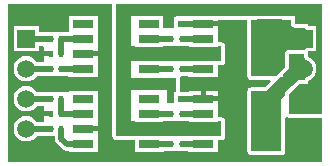
<source format=gtl>
G04 Layer_Physical_Order=1*
G04 Layer_Color=255*
%FSLAX42Y42*%
%MOMM*%
G71*
G01*
G75*
%ADD10R,0.52X0.52*%
%ADD11R,0.45X0.55*%
%ADD12R,1.78X0.72*%
%ADD13C,0.50*%
%ADD14C,0.51*%
%ADD15C,1.50*%
%ADD16R,1.50X1.50*%
%ADD17C,0.90*%
G36*
X2695Y1375D02*
Y445D01*
X2413D01*
Y610D01*
X2464Y660D01*
X2502Y699D01*
X2578D01*
Y725D01*
X2594Y732D01*
X2616Y749D01*
X2633Y772D01*
X2644Y798D01*
X2648Y826D01*
X2644Y853D01*
X2633Y879D01*
X2616Y902D01*
X2594Y919D01*
X2578Y926D01*
Y973D01*
X2647D01*
Y1186D01*
X2578D01*
Y1206D01*
X2464D01*
Y1270D01*
X2578Y1270D01*
X2368D01*
Y1274D01*
X2126D01*
Y1270D01*
X2095D01*
X1943Y1270D01*
X1811D01*
Y1274D01*
X1569D01*
Y1270D01*
X1460D01*
Y1265D01*
X1443D01*
Y1207D01*
X1442Y1206D01*
X1443Y1206D01*
Y1168D01*
X1352D01*
Y1274D01*
X1110D01*
Y1270D01*
X1080D01*
X1080Y1016D01*
X1110D01*
Y1011D01*
X1352D01*
Y1016D01*
X1569D01*
Y1011D01*
X1811D01*
Y1016D01*
X1842D01*
Y889D01*
X1811D01*
Y894D01*
X1569D01*
Y889D01*
X1352D01*
Y894D01*
X1110D01*
Y889D01*
X1080D01*
Y749D01*
X1460D01*
Y648D01*
Y630D01*
X1443D01*
Y572D01*
X1442Y572D01*
X1443Y571D01*
Y533D01*
X1384D01*
Y648D01*
X1080D01*
X1080Y381D01*
X1110D01*
Y377D01*
X1352D01*
Y381D01*
X1569Y381D01*
Y377D01*
X1811D01*
Y381D01*
X1842D01*
Y254D01*
X1811D01*
Y259D01*
X1569D01*
Y254D01*
X1352D01*
Y259D01*
X1110D01*
Y254D01*
X952D01*
Y1375D01*
X2695Y1375D01*
D02*
G37*
G36*
X2545Y926D02*
X2548Y913D01*
X2555Y902D01*
X2566Y895D01*
X2578Y890D01*
X2593Y879D01*
X2605Y863D01*
X2612Y845D01*
X2615Y826D01*
X2612Y806D01*
X2605Y788D01*
X2593Y772D01*
X2578Y761D01*
X2566Y756D01*
X2555Y749D01*
X2548Y738D01*
X2547Y731D01*
X2502D01*
X2489Y729D01*
X2479Y722D01*
X2441Y683D01*
X2390Y633D01*
X2383Y622D01*
X2380Y610D01*
Y602D01*
X2350Y572D01*
Y127D01*
X2095D01*
Y635D01*
X2223D01*
X2345Y757D01*
X2368D01*
Y780D01*
X2413Y826D01*
Y952D01*
X2545D01*
Y926D01*
D02*
G37*
G36*
X920Y1375D02*
Y254D01*
X922Y242D01*
X929Y231D01*
X940Y224D01*
X952Y221D01*
X1110D01*
Y123D01*
X1352D01*
Y123D01*
X1361Y131D01*
X1560D01*
X1569Y123D01*
Y123D01*
X1811D01*
Y221D01*
X1842D01*
X1854Y224D01*
X1865Y231D01*
X1872Y242D01*
X1874Y254D01*
Y381D01*
X1872Y393D01*
X1865Y404D01*
X1854Y411D01*
X1842Y414D01*
X1811D01*
Y503D01*
Y551D01*
X1690D01*
Y572D01*
X1670D01*
Y639D01*
X1569D01*
Y635D01*
X1559Y630D01*
X1493D01*
Y749D01*
X1492Y753D01*
X1502Y766D01*
X1560D01*
X1569Y757D01*
Y757D01*
X1811D01*
Y856D01*
X1842D01*
X1854Y859D01*
X1865Y866D01*
X1872Y877D01*
X1874Y889D01*
Y1016D01*
X1872Y1028D01*
X1865Y1039D01*
X1854Y1046D01*
X1842Y1049D01*
X1811D01*
Y1139D01*
Y1186D01*
X1690D01*
Y1227D01*
X1811D01*
Y1237D01*
X1943D01*
X2063Y1237D01*
Y762D01*
X2065Y750D01*
X2072Y739D01*
X2083Y732D01*
X2095Y729D01*
X2254D01*
X2259Y718D01*
X2209Y668D01*
X2095D01*
X2083Y665D01*
X2072Y658D01*
X2065Y647D01*
X2063Y635D01*
Y127D01*
X2065Y115D01*
X2072Y104D01*
X2083Y97D01*
X2095Y94D01*
X2350D01*
X2362Y97D01*
X2373Y104D01*
X2380Y115D01*
X2382Y127D01*
Y412D01*
X2395Y418D01*
X2401Y414D01*
X2413Y412D01*
X2695D01*
Y35D01*
X35Y35D01*
Y1375D01*
X920D01*
D02*
G37*
G36*
X2356Y1240D02*
X2368Y1237D01*
X2431D01*
Y1206D01*
X2434Y1194D01*
X2441Y1183D01*
X2451Y1176D01*
X2464Y1174D01*
X2548D01*
X2555Y1163D01*
X2566Y1156D01*
X2578Y1154D01*
X2614D01*
Y1005D01*
X2578D01*
X2566Y1003D01*
X2555Y996D01*
X2548Y985D01*
X2548Y985D01*
X2545Y985D01*
X2413D01*
X2401Y983D01*
X2390Y976D01*
X2383Y965D01*
X2380Y952D01*
Y839D01*
X2345Y804D01*
X2338Y793D01*
X2337Y789D01*
X2333Y788D01*
X2322Y781D01*
X2303Y762D01*
X2095D01*
Y1237D01*
X2126D01*
X2138Y1240D01*
X2142Y1242D01*
X2352D01*
X2356Y1240D01*
D02*
G37*
%LPC*%
G36*
X795Y1274D02*
X553D01*
Y1148D01*
X544Y1139D01*
X345D01*
Y1138D01*
X297D01*
Y1186D01*
X83D01*
Y973D01*
X297D01*
Y1021D01*
X336D01*
X345Y1012D01*
Y973D01*
X399D01*
Y932D01*
X345D01*
Y893D01*
X337Y884D01*
X281D01*
X267Y902D01*
X244Y919D01*
X218Y930D01*
X190Y933D01*
X163Y930D01*
X137Y919D01*
X114Y902D01*
X97Y879D01*
X86Y853D01*
X83Y826D01*
X86Y798D01*
X97Y772D01*
X114Y749D01*
X137Y732D01*
X163Y721D01*
X190Y718D01*
X218Y721D01*
X244Y732D01*
X267Y749D01*
X281Y767D01*
X345D01*
Y766D01*
X544D01*
X553Y757D01*
Y757D01*
X795D01*
Y885D01*
Y932D01*
X674D01*
Y973D01*
X795D01*
Y1011D01*
Y1139D01*
Y1274D01*
D02*
G37*
G36*
X1811Y639D02*
X1710D01*
Y591D01*
X1811D01*
Y639D01*
D02*
G37*
G36*
X190Y679D02*
X163Y676D01*
X137Y665D01*
X114Y648D01*
X97Y625D01*
X86Y599D01*
X83Y572D01*
X86Y544D01*
X97Y518D01*
X114Y495D01*
X137Y478D01*
X163Y467D01*
X190Y464D01*
X218Y467D01*
X244Y478D01*
X267Y495D01*
X281Y513D01*
X337D01*
X345Y504D01*
Y464D01*
X399D01*
Y424D01*
X345D01*
Y385D01*
X336Y376D01*
X280D01*
X267Y394D01*
X244Y411D01*
X218Y422D01*
X190Y425D01*
X163Y422D01*
X137Y411D01*
X114Y394D01*
X97Y371D01*
X86Y345D01*
X83Y317D01*
X86Y290D01*
X97Y264D01*
X114Y241D01*
X137Y224D01*
X163Y213D01*
X190Y210D01*
X218Y213D01*
X244Y224D01*
X267Y241D01*
X280Y259D01*
X345D01*
Y258D01*
X431D01*
Y234D01*
X435Y212D01*
X448Y193D01*
X492Y149D01*
X511Y136D01*
X533Y132D01*
X553D01*
Y123D01*
X795D01*
Y249D01*
Y297D01*
X674D01*
Y338D01*
X795D01*
Y377D01*
Y503D01*
Y639D01*
X553D01*
Y639D01*
X544Y631D01*
X345D01*
Y630D01*
X281D01*
X267Y648D01*
X244Y665D01*
X218Y676D01*
X190Y679D01*
D02*
G37*
%LPD*%
D10*
X1420Y572D02*
D03*
X1501D02*
D03*
X1420Y1206D02*
D03*
X1501D02*
D03*
D11*
X1506Y190D02*
D03*
X1415D02*
D03*
X489Y317D02*
D03*
X399D02*
D03*
X1506Y445D02*
D03*
X1415D02*
D03*
X489Y572D02*
D03*
X399D02*
D03*
X489Y445D02*
D03*
X399D02*
D03*
X1506Y826D02*
D03*
X1415D02*
D03*
X489D02*
D03*
X399D02*
D03*
X1506Y1080D02*
D03*
X1415D02*
D03*
X489D02*
D03*
X399D02*
D03*
X489Y952D02*
D03*
X399D02*
D03*
D12*
X674Y572D02*
D03*
Y445D02*
D03*
Y317D02*
D03*
Y190D02*
D03*
X1231Y572D02*
D03*
Y445D02*
D03*
Y317D02*
D03*
Y190D02*
D03*
X1690Y572D02*
D03*
Y445D02*
D03*
Y317D02*
D03*
Y190D02*
D03*
X2247Y572D02*
D03*
Y445D02*
D03*
Y317D02*
D03*
Y190D02*
D03*
X674Y1206D02*
D03*
Y1080D02*
D03*
Y952D02*
D03*
Y826D02*
D03*
X1231Y1206D02*
D03*
Y1080D02*
D03*
Y952D02*
D03*
Y826D02*
D03*
X1690Y1206D02*
D03*
Y1080D02*
D03*
Y952D02*
D03*
Y826D02*
D03*
X2247Y1206D02*
D03*
Y1080D02*
D03*
Y952D02*
D03*
Y826D02*
D03*
D13*
X1501Y572D02*
X1690D01*
X1501Y1206D02*
X1690D01*
X489Y445D02*
X674D01*
X489D02*
Y572D01*
Y952D02*
Y1080D01*
X190Y826D02*
X399D01*
X190Y572D02*
X399D01*
D14*
X190Y1080D02*
X399D01*
X489D02*
X674D01*
X489Y826D02*
X674D01*
X489Y234D02*
Y317D01*
Y234D02*
X533Y190D01*
X674D01*
X190Y317D02*
X399D01*
X1231Y826D02*
X1415D01*
X1506D02*
X1690D01*
X1231Y445D02*
X1415D01*
X1506D02*
X1690D01*
X1231Y190D02*
X1415D01*
X1506D02*
X1690D01*
X1231Y1080D02*
X1415D01*
X1506D02*
X1690D01*
D15*
X190Y317D02*
D03*
Y572D02*
D03*
Y826D02*
D03*
X2540Y317D02*
D03*
Y572D02*
D03*
Y826D02*
D03*
D16*
X190Y1080D02*
D03*
X2540D02*
D03*
D17*
X381Y1308D02*
D03*
X190D02*
D03*
X2540D02*
D03*
X1397D02*
D03*
X1016Y699D02*
D03*
X2540Y89D02*
D03*
X952D02*
D03*
X190D02*
D03*
X381D02*
D03*
M02*

</source>
